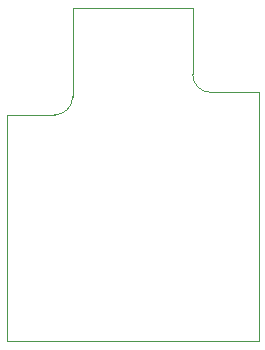
<source format=gbr>
G04 #@! TF.GenerationSoftware,KiCad,Pcbnew,(5.1.5)-1*
G04 #@! TF.CreationDate,2021-04-01T17:00:37+02:00*
G04 #@! TF.ProjectId,KonstantStromQuelle,4b6f6e73-7461-46e7-9453-74726f6d5175,rev?*
G04 #@! TF.SameCoordinates,Original*
G04 #@! TF.FileFunction,Profile,NP*
%FSLAX46Y46*%
G04 Gerber Fmt 4.6, Leading zero omitted, Abs format (unit mm)*
G04 Created by KiCad (PCBNEW (5.1.5)-1) date 2021-04-01 17:00:37*
%MOMM*%
%LPD*%
G04 APERTURE LIST*
%ADD10C,0.050000*%
G04 APERTURE END LIST*
D10*
X134874000Y-63246000D02*
G75*
G02X133350000Y-61722000I0J1524000D01*
G01*
X123190000Y-63627000D02*
G75*
G02X121666000Y-65151000I-1524000J0D01*
G01*
X123190000Y-63627000D02*
X123190000Y-56134000D01*
X117602000Y-65151000D02*
X121666000Y-65151000D01*
X117602000Y-84328000D02*
X117602000Y-65151000D01*
X138938000Y-84328000D02*
X117602000Y-84328000D01*
X138938000Y-63246000D02*
X138938000Y-84328000D01*
X134874000Y-63246000D02*
X138938000Y-63246000D01*
X133350000Y-56134000D02*
X133350000Y-61722000D01*
X123190000Y-56134000D02*
X133350000Y-56134000D01*
M02*

</source>
